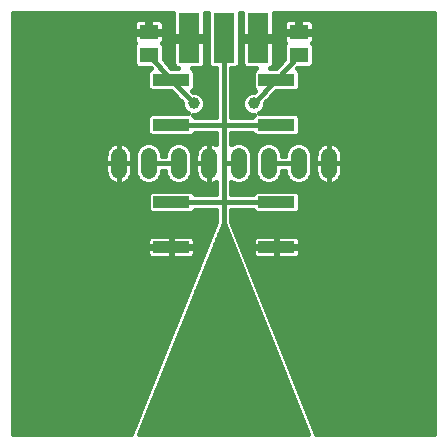
<source format=gtl>
G75*
%MOIN*%
%OFA0B0*%
%FSLAX24Y24*%
%IPPOS*%
%LPD*%
%AMOC8*
5,1,8,0,0,1.08239X$1,22.5*
%
%ADD10R,0.0700X0.1650*%
%ADD11R,0.1220X0.0394*%
%ADD12R,0.0630X0.0512*%
%ADD13C,0.0520*%
%ADD14C,0.0396*%
%ADD15C,0.0160*%
D10*
X006530Y013847D03*
X007680Y013847D03*
X008830Y013847D03*
D11*
X009432Y012467D03*
X009428Y010967D03*
X009432Y008393D03*
X009432Y006893D03*
X005928Y006893D03*
X005932Y008393D03*
X005928Y010967D03*
X005928Y012467D03*
D12*
X005180Y013306D03*
X005180Y014054D03*
X010180Y014054D03*
X010180Y013306D03*
D13*
X010180Y009940D02*
X010180Y009420D01*
X011180Y009420D02*
X011180Y009940D01*
X009180Y009940D02*
X009180Y009420D01*
X008180Y009420D02*
X008180Y009940D01*
X007180Y009940D02*
X007180Y009420D01*
X006180Y009420D02*
X006180Y009940D01*
X005180Y009940D02*
X005180Y009420D01*
X004180Y009420D02*
X004180Y009940D01*
D14*
X006680Y011680D03*
X008680Y011680D03*
X014180Y014180D03*
X014180Y007680D03*
X014180Y001180D03*
X001180Y001180D03*
X001180Y007680D03*
X001180Y014180D03*
D15*
X000660Y014700D02*
X000660Y000660D01*
X004592Y000660D01*
X007420Y007730D01*
X007420Y008133D01*
X006722Y008133D01*
X006722Y008121D01*
X006617Y008016D01*
X005247Y008016D01*
X005142Y008121D01*
X005142Y008664D01*
X005247Y008769D01*
X006617Y008769D01*
X006722Y008664D01*
X006722Y008653D01*
X007420Y008653D01*
X007420Y009051D01*
X007411Y009044D01*
X007349Y009012D01*
X007283Y008991D01*
X007215Y008980D01*
X007180Y008980D01*
X007180Y009680D01*
X007180Y009680D01*
X007180Y010380D01*
X007215Y010380D01*
X007283Y010369D01*
X007349Y010348D01*
X007411Y010316D01*
X007420Y010309D01*
X007420Y010707D01*
X006718Y010707D01*
X006718Y010696D01*
X006613Y010591D01*
X005243Y010591D01*
X005138Y010696D01*
X005138Y011239D01*
X005243Y011344D01*
X006503Y011344D01*
X006466Y011359D01*
X006359Y011466D01*
X006302Y011605D01*
X006302Y011699D01*
X005928Y012091D01*
X005243Y012091D01*
X005138Y012196D01*
X005138Y012739D01*
X005243Y012844D01*
X005243Y012844D01*
X005220Y012870D01*
X004790Y012870D01*
X004685Y012976D01*
X004685Y013636D01*
X004729Y013680D01*
X004721Y013688D01*
X004697Y013729D01*
X004685Y013774D01*
X004685Y014006D01*
X005132Y014006D01*
X005132Y014102D01*
X004685Y014102D01*
X004685Y014334D01*
X004697Y014379D01*
X004721Y014420D01*
X004755Y014454D01*
X004796Y014478D01*
X004841Y014490D01*
X005132Y014490D01*
X005132Y014102D01*
X005228Y014102D01*
X005675Y014102D01*
X005675Y014334D01*
X005663Y014379D01*
X005639Y014420D01*
X005605Y014454D01*
X005564Y014478D01*
X005519Y014490D01*
X005228Y014490D01*
X005228Y014102D01*
X005228Y014006D01*
X005675Y014006D01*
X005675Y013774D01*
X005663Y013729D01*
X005639Y013688D01*
X005631Y013680D01*
X005675Y013636D01*
X005675Y013142D01*
X005940Y012844D01*
X006149Y012844D01*
X006111Y012854D01*
X006069Y012878D01*
X006036Y012912D01*
X006012Y012953D01*
X006000Y012998D01*
X006000Y013767D01*
X006450Y013767D01*
X006450Y013927D01*
X006000Y013927D01*
X006000Y014696D01*
X006001Y014700D01*
X000660Y014700D01*
X000660Y014604D02*
X006000Y014604D01*
X006000Y014445D02*
X005614Y014445D01*
X005675Y014287D02*
X006000Y014287D01*
X006000Y014128D02*
X005675Y014128D01*
X005675Y013970D02*
X006000Y013970D01*
X006000Y013653D02*
X005659Y013653D01*
X005675Y013811D02*
X006450Y013811D01*
X006610Y013811D02*
X007150Y013811D01*
X007060Y013767D02*
X006610Y013767D01*
X006610Y013927D01*
X007060Y013927D01*
X007060Y014696D01*
X007059Y014700D01*
X007150Y014700D01*
X007150Y012948D01*
X007255Y012842D01*
X007420Y012842D01*
X007420Y011227D01*
X006718Y011227D01*
X006718Y011239D01*
X006655Y011302D01*
X006755Y011302D01*
X006894Y011359D01*
X007001Y011466D01*
X007058Y011605D01*
X007058Y011755D01*
X007001Y011894D01*
X006894Y012001D01*
X006755Y012058D01*
X006678Y012058D01*
X006631Y012108D01*
X006718Y012196D01*
X006718Y012739D01*
X006615Y012842D01*
X006904Y012842D01*
X006949Y012854D01*
X006991Y012878D01*
X007024Y012912D01*
X007048Y012953D01*
X007060Y012998D01*
X007060Y013767D01*
X007060Y013653D02*
X007150Y013653D01*
X007150Y013494D02*
X007060Y013494D01*
X007060Y013336D02*
X007150Y013336D01*
X007150Y013177D02*
X007060Y013177D01*
X007060Y013019D02*
X007150Y013019D01*
X007238Y012860D02*
X006959Y012860D01*
X006718Y012702D02*
X007420Y012702D01*
X007420Y012543D02*
X006718Y012543D01*
X006718Y012385D02*
X007420Y012385D01*
X007420Y012226D02*
X006718Y012226D01*
X006669Y012068D02*
X007420Y012068D01*
X007420Y011909D02*
X006986Y011909D01*
X007058Y011751D02*
X007420Y011751D01*
X007420Y011592D02*
X007053Y011592D01*
X006968Y011434D02*
X007420Y011434D01*
X007420Y011275D02*
X006682Y011275D01*
X006392Y011434D02*
X000660Y011434D01*
X000660Y011592D02*
X006307Y011592D01*
X006253Y011751D02*
X000660Y011751D01*
X000660Y011909D02*
X006102Y011909D01*
X005950Y012068D02*
X000660Y012068D01*
X000660Y012226D02*
X005138Y012226D01*
X005138Y012385D02*
X000660Y012385D01*
X000660Y012543D02*
X005138Y012543D01*
X005138Y012702D02*
X000660Y012702D01*
X000660Y012860D02*
X005229Y012860D01*
X005675Y013177D02*
X006000Y013177D01*
X006000Y013019D02*
X005785Y013019D01*
X005926Y012860D02*
X006101Y012860D01*
X005928Y012467D02*
X006680Y011680D01*
X005928Y010967D02*
X007680Y010967D01*
X007680Y009680D01*
X008180Y009680D01*
X008620Y009690D02*
X008740Y009690D01*
X008740Y009532D02*
X008620Y009532D01*
X008620Y009373D02*
X008740Y009373D01*
X008740Y009332D02*
X008807Y009171D01*
X008931Y009047D01*
X009092Y008980D01*
X009268Y008980D01*
X009429Y009047D01*
X009553Y009171D01*
X009620Y009332D01*
X009620Y009420D01*
X009740Y009420D01*
X009740Y009332D01*
X009807Y009171D01*
X009931Y009047D01*
X010092Y008980D01*
X010268Y008980D01*
X010429Y009047D01*
X010553Y009171D01*
X010620Y009332D01*
X010620Y010028D01*
X010553Y010189D01*
X010429Y010313D01*
X010268Y010380D01*
X010092Y010380D01*
X009931Y010313D01*
X009807Y010189D01*
X009740Y010028D01*
X009740Y009940D01*
X009620Y009940D01*
X009620Y010028D01*
X009553Y010189D01*
X009429Y010313D01*
X009268Y010380D01*
X009092Y010380D01*
X008931Y010313D01*
X008807Y010189D01*
X008740Y010028D01*
X008740Y009332D01*
X008620Y009332D02*
X008620Y010028D01*
X008553Y010189D01*
X008429Y010313D01*
X008268Y010380D01*
X008092Y010380D01*
X007940Y010317D01*
X007940Y010707D01*
X008638Y010707D01*
X008638Y010696D01*
X008743Y010591D01*
X010113Y010591D01*
X010218Y010696D01*
X010218Y011239D01*
X010113Y011344D01*
X008857Y011344D01*
X008894Y011359D01*
X009001Y011466D01*
X009058Y011605D01*
X009058Y011699D01*
X009432Y012091D01*
X010117Y012091D01*
X010222Y012196D01*
X010222Y012739D01*
X010117Y012844D01*
X010117Y012844D01*
X010140Y012870D01*
X010570Y012870D01*
X010675Y012976D01*
X010675Y013636D01*
X010631Y013680D01*
X010639Y013688D01*
X010663Y013729D01*
X010675Y013774D01*
X010675Y014006D01*
X010228Y014006D01*
X010228Y014102D01*
X010675Y014102D01*
X010675Y014334D01*
X010663Y014379D01*
X010639Y014420D01*
X010605Y014454D01*
X010564Y014478D01*
X010519Y014490D01*
X010228Y014490D01*
X010228Y014102D01*
X010132Y014102D01*
X010132Y014006D01*
X009685Y014006D01*
X009685Y013774D01*
X009697Y013729D01*
X009721Y013688D01*
X009729Y013680D01*
X009685Y013636D01*
X009685Y013142D01*
X009420Y012844D01*
X009211Y012844D01*
X009249Y012854D01*
X009291Y012878D01*
X009324Y012912D01*
X009348Y012953D01*
X009360Y012998D01*
X009360Y013767D01*
X008910Y013767D01*
X008910Y013927D01*
X009360Y013927D01*
X009360Y014696D01*
X009359Y014700D01*
X014700Y014700D01*
X014700Y000660D01*
X010768Y000660D01*
X007940Y007730D01*
X007940Y008133D01*
X008642Y008133D01*
X008642Y008121D01*
X008747Y008016D01*
X010117Y008016D01*
X010222Y008121D01*
X010222Y008664D01*
X010117Y008769D01*
X008747Y008769D01*
X008642Y008664D01*
X008642Y008653D01*
X007940Y008653D01*
X007940Y009043D01*
X008092Y008980D01*
X008268Y008980D01*
X008429Y009047D01*
X008553Y009171D01*
X008620Y009332D01*
X008571Y009215D02*
X008789Y009215D01*
X008922Y009056D02*
X008438Y009056D01*
X008717Y008739D02*
X007940Y008739D01*
X007940Y008898D02*
X014700Y008898D01*
X014700Y009056D02*
X011428Y009056D01*
X011411Y009044D02*
X011467Y009084D01*
X011516Y009133D01*
X011556Y009189D01*
X011588Y009251D01*
X011609Y009317D01*
X011620Y009385D01*
X011620Y009680D01*
X011620Y009975D01*
X011609Y010043D01*
X011588Y010109D01*
X011556Y010171D01*
X011516Y010227D01*
X011467Y010276D01*
X011411Y010316D01*
X011349Y010348D01*
X011283Y010369D01*
X011215Y010380D01*
X011180Y010380D01*
X011180Y009680D01*
X011620Y009680D01*
X011180Y009680D01*
X011180Y009680D01*
X011180Y009680D01*
X011180Y008980D01*
X011215Y008980D01*
X011283Y008991D01*
X011349Y009012D01*
X011411Y009044D01*
X011569Y009215D02*
X014700Y009215D01*
X014700Y009373D02*
X011618Y009373D01*
X011620Y009532D02*
X014700Y009532D01*
X014700Y009690D02*
X011620Y009690D01*
X011620Y009849D02*
X014700Y009849D01*
X014700Y010007D02*
X011615Y010007D01*
X011559Y010166D02*
X014700Y010166D01*
X014700Y010324D02*
X011396Y010324D01*
X011180Y010324D02*
X011180Y010324D01*
X011180Y010380D02*
X011145Y010380D01*
X011077Y010369D01*
X011011Y010348D01*
X010949Y010316D01*
X010893Y010276D01*
X010844Y010227D01*
X010804Y010171D01*
X010772Y010109D01*
X010751Y010043D01*
X010740Y009975D01*
X010740Y009680D01*
X011180Y009680D01*
X011180Y009680D01*
X011180Y009680D01*
X011180Y010380D01*
X011180Y010166D02*
X011180Y010166D01*
X011180Y010007D02*
X011180Y010007D01*
X011180Y009849D02*
X011180Y009849D01*
X011180Y009690D02*
X011180Y009690D01*
X011180Y009680D02*
X010740Y009680D01*
X010740Y009385D01*
X010751Y009317D01*
X010772Y009251D01*
X010804Y009189D01*
X010844Y009133D01*
X010893Y009084D01*
X010949Y009044D01*
X011011Y009012D01*
X011077Y008991D01*
X011145Y008980D01*
X011180Y008980D01*
X011180Y009680D01*
X011180Y009532D02*
X011180Y009532D01*
X011180Y009373D02*
X011180Y009373D01*
X011180Y009215D02*
X011180Y009215D01*
X011180Y009056D02*
X011180Y009056D01*
X010932Y009056D02*
X010438Y009056D01*
X010571Y009215D02*
X010791Y009215D01*
X010742Y009373D02*
X010620Y009373D01*
X010620Y009532D02*
X010740Y009532D01*
X010740Y009690D02*
X010620Y009690D01*
X010620Y009849D02*
X010740Y009849D01*
X010745Y010007D02*
X010620Y010007D01*
X010563Y010166D02*
X010801Y010166D01*
X010964Y010324D02*
X010403Y010324D01*
X010163Y010641D02*
X014700Y010641D01*
X014700Y010483D02*
X007940Y010483D01*
X007940Y010641D02*
X008693Y010641D01*
X008957Y010324D02*
X008403Y010324D01*
X008563Y010166D02*
X008797Y010166D01*
X008740Y010007D02*
X008620Y010007D01*
X008620Y009849D02*
X008740Y009849D01*
X009180Y009680D02*
X010180Y009680D01*
X009740Y009373D02*
X009620Y009373D01*
X009571Y009215D02*
X009789Y009215D01*
X009922Y009056D02*
X009438Y009056D01*
X009432Y008393D02*
X007680Y008393D01*
X007680Y009680D01*
X007180Y009680D02*
X007180Y009680D01*
X007180Y009680D01*
X006740Y009680D01*
X006740Y009975D01*
X006751Y010043D01*
X006772Y010109D01*
X006804Y010171D01*
X006844Y010227D01*
X006893Y010276D01*
X006949Y010316D01*
X007011Y010348D01*
X007077Y010369D01*
X007145Y010380D01*
X007180Y010380D01*
X007180Y009680D01*
X007180Y008980D01*
X007145Y008980D01*
X007077Y008991D01*
X007011Y009012D01*
X006949Y009044D01*
X006893Y009084D01*
X006844Y009133D01*
X006804Y009189D01*
X006772Y009251D01*
X006751Y009317D01*
X006740Y009385D01*
X006740Y009680D01*
X007180Y009680D01*
X007180Y009690D02*
X007180Y009690D01*
X007180Y009532D02*
X007180Y009532D01*
X007180Y009373D02*
X007180Y009373D01*
X007180Y009215D02*
X007180Y009215D01*
X007180Y009056D02*
X007180Y009056D01*
X006932Y009056D02*
X006438Y009056D01*
X006429Y009047D02*
X006553Y009171D01*
X006620Y009332D01*
X006620Y010028D01*
X006553Y010189D01*
X006429Y010313D01*
X006268Y010380D01*
X006092Y010380D01*
X005931Y010313D01*
X005807Y010189D01*
X005740Y010028D01*
X005740Y009940D01*
X005620Y009940D01*
X005620Y010028D01*
X005553Y010189D01*
X005429Y010313D01*
X005268Y010380D01*
X005092Y010380D01*
X004931Y010313D01*
X004807Y010189D01*
X004740Y010028D01*
X004740Y009332D01*
X004807Y009171D01*
X004931Y009047D01*
X005092Y008980D01*
X005268Y008980D01*
X005429Y009047D01*
X005553Y009171D01*
X005620Y009332D01*
X005620Y009420D01*
X005740Y009420D01*
X005740Y009332D01*
X005807Y009171D01*
X005931Y009047D01*
X006092Y008980D01*
X006268Y008980D01*
X006429Y009047D01*
X006571Y009215D02*
X006791Y009215D01*
X006742Y009373D02*
X006620Y009373D01*
X006620Y009532D02*
X006740Y009532D01*
X006740Y009690D02*
X006620Y009690D01*
X006620Y009849D02*
X006740Y009849D01*
X006745Y010007D02*
X006620Y010007D01*
X006563Y010166D02*
X006801Y010166D01*
X006964Y010324D02*
X006403Y010324D01*
X006663Y010641D02*
X007420Y010641D01*
X007420Y010483D02*
X000660Y010483D01*
X000660Y010641D02*
X005193Y010641D01*
X005138Y010800D02*
X000660Y010800D01*
X000660Y010958D02*
X005138Y010958D01*
X005138Y011117D02*
X000660Y011117D01*
X000660Y011275D02*
X005174Y011275D01*
X004957Y010324D02*
X004396Y010324D01*
X004411Y010316D02*
X004349Y010348D01*
X004283Y010369D01*
X004215Y010380D01*
X004180Y010380D01*
X004180Y009680D01*
X004620Y009680D01*
X004620Y009975D01*
X004609Y010043D01*
X004588Y010109D01*
X004556Y010171D01*
X004516Y010227D01*
X004467Y010276D01*
X004411Y010316D01*
X004559Y010166D02*
X004797Y010166D01*
X004740Y010007D02*
X004615Y010007D01*
X004620Y009849D02*
X004740Y009849D01*
X004740Y009690D02*
X004620Y009690D01*
X004620Y009680D02*
X004180Y009680D01*
X004180Y009680D01*
X004180Y009680D01*
X004180Y008980D01*
X004215Y008980D01*
X004283Y008991D01*
X004349Y009012D01*
X004411Y009044D01*
X004467Y009084D01*
X004516Y009133D01*
X004556Y009189D01*
X004588Y009251D01*
X004609Y009317D01*
X004620Y009385D01*
X004620Y009680D01*
X004620Y009532D02*
X004740Y009532D01*
X004740Y009373D02*
X004618Y009373D01*
X004569Y009215D02*
X004789Y009215D01*
X004922Y009056D02*
X004428Y009056D01*
X004180Y009056D02*
X004180Y009056D01*
X004180Y008980D02*
X004180Y009680D01*
X004180Y009680D01*
X004180Y009680D01*
X003740Y009680D01*
X003740Y009975D01*
X003751Y010043D01*
X003772Y010109D01*
X003804Y010171D01*
X003844Y010227D01*
X003893Y010276D01*
X003949Y010316D01*
X004011Y010348D01*
X004077Y010369D01*
X004145Y010380D01*
X004180Y010380D01*
X004180Y009680D01*
X003740Y009680D01*
X003740Y009385D01*
X003751Y009317D01*
X003772Y009251D01*
X003804Y009189D01*
X003844Y009133D01*
X003893Y009084D01*
X003949Y009044D01*
X004011Y009012D01*
X004077Y008991D01*
X004145Y008980D01*
X004180Y008980D01*
X004180Y009215D02*
X004180Y009215D01*
X004180Y009373D02*
X004180Y009373D01*
X004180Y009532D02*
X004180Y009532D01*
X004180Y009690D02*
X004180Y009690D01*
X004180Y009849D02*
X004180Y009849D01*
X004180Y010007D02*
X004180Y010007D01*
X004180Y010166D02*
X004180Y010166D01*
X004180Y010324D02*
X004180Y010324D01*
X003964Y010324D02*
X000660Y010324D01*
X000660Y010166D02*
X003801Y010166D01*
X003745Y010007D02*
X000660Y010007D01*
X000660Y009849D02*
X003740Y009849D01*
X003740Y009690D02*
X000660Y009690D01*
X000660Y009532D02*
X003740Y009532D01*
X003742Y009373D02*
X000660Y009373D01*
X000660Y009215D02*
X003791Y009215D01*
X003932Y009056D02*
X000660Y009056D01*
X000660Y008898D02*
X007420Y008898D01*
X007420Y008739D02*
X006647Y008739D01*
X006706Y008105D02*
X007420Y008105D01*
X007420Y007947D02*
X000660Y007947D01*
X000660Y008105D02*
X005158Y008105D01*
X005142Y008264D02*
X000660Y008264D01*
X000660Y008422D02*
X005142Y008422D01*
X005142Y008581D02*
X000660Y008581D01*
X000660Y008739D02*
X005217Y008739D01*
X005438Y009056D02*
X005922Y009056D01*
X005789Y009215D02*
X005571Y009215D01*
X005620Y009373D02*
X005740Y009373D01*
X006180Y009680D02*
X005180Y009680D01*
X005620Y010007D02*
X005740Y010007D01*
X005797Y010166D02*
X005563Y010166D01*
X005403Y010324D02*
X005957Y010324D01*
X007180Y010324D02*
X007180Y010324D01*
X007180Y010166D02*
X007180Y010166D01*
X007180Y010007D02*
X007180Y010007D01*
X007180Y009849D02*
X007180Y009849D01*
X007396Y010324D02*
X007420Y010324D01*
X007940Y010324D02*
X007957Y010324D01*
X007680Y010967D02*
X009428Y010967D01*
X008968Y011434D02*
X014700Y011434D01*
X014700Y011592D02*
X009053Y011592D01*
X009107Y011751D02*
X014700Y011751D01*
X014700Y011909D02*
X009258Y011909D01*
X009410Y012068D02*
X014700Y012068D01*
X014700Y012226D02*
X010222Y012226D01*
X010222Y012385D02*
X014700Y012385D01*
X014700Y012543D02*
X010222Y012543D01*
X010222Y012702D02*
X014700Y012702D01*
X014700Y012860D02*
X010131Y012860D01*
X009685Y013177D02*
X009360Y013177D01*
X009360Y013019D02*
X009575Y013019D01*
X009434Y012860D02*
X009259Y012860D01*
X009432Y012467D02*
X008680Y011680D01*
X008682Y012058D02*
X008605Y012058D01*
X008466Y012001D01*
X008359Y011894D01*
X008302Y011755D01*
X008302Y011605D01*
X008359Y011466D01*
X008466Y011359D01*
X008605Y011302D01*
X008701Y011302D01*
X008638Y011239D01*
X008638Y011227D01*
X007940Y011227D01*
X007940Y012842D01*
X008105Y012842D01*
X008210Y012948D01*
X008210Y014700D01*
X008301Y014700D01*
X008300Y014696D01*
X008300Y013927D01*
X008750Y013927D01*
X008750Y013767D01*
X008300Y013767D01*
X008300Y012998D01*
X008312Y012953D01*
X008336Y012912D01*
X008369Y012878D01*
X008411Y012854D01*
X008456Y012842D01*
X008745Y012842D01*
X008642Y012739D01*
X008642Y012196D01*
X008729Y012108D01*
X008682Y012058D01*
X008691Y012068D02*
X007940Y012068D01*
X007940Y012226D02*
X008642Y012226D01*
X008642Y012385D02*
X007940Y012385D01*
X007940Y012543D02*
X008642Y012543D01*
X008642Y012702D02*
X007940Y012702D01*
X008122Y012860D02*
X008401Y012860D01*
X008300Y013019D02*
X008210Y013019D01*
X008210Y013177D02*
X008300Y013177D01*
X008300Y013336D02*
X008210Y013336D01*
X008210Y013494D02*
X008300Y013494D01*
X008300Y013653D02*
X008210Y013653D01*
X008210Y013811D02*
X008750Y013811D01*
X008910Y013811D02*
X009685Y013811D01*
X009685Y013970D02*
X009360Y013970D01*
X009360Y014128D02*
X009685Y014128D01*
X009685Y014102D02*
X010132Y014102D01*
X010132Y014490D01*
X009841Y014490D01*
X009796Y014478D01*
X009755Y014454D01*
X009721Y014420D01*
X009697Y014379D01*
X009685Y014334D01*
X009685Y014102D01*
X009685Y014287D02*
X009360Y014287D01*
X009360Y014445D02*
X009746Y014445D01*
X010132Y014445D02*
X010228Y014445D01*
X010228Y014287D02*
X010132Y014287D01*
X010132Y014128D02*
X010228Y014128D01*
X010675Y014128D02*
X014700Y014128D01*
X014700Y013970D02*
X010675Y013970D01*
X010675Y013811D02*
X014700Y013811D01*
X014700Y013653D02*
X010659Y013653D01*
X010675Y013494D02*
X014700Y013494D01*
X014700Y013336D02*
X010675Y013336D01*
X010675Y013177D02*
X014700Y013177D01*
X014700Y013019D02*
X010675Y013019D01*
X010180Y013306D02*
X009432Y012467D01*
X009360Y013336D02*
X009685Y013336D01*
X009685Y013494D02*
X009360Y013494D01*
X009360Y013653D02*
X009701Y013653D01*
X010675Y014287D02*
X014700Y014287D01*
X014700Y014445D02*
X010614Y014445D01*
X009360Y014604D02*
X014700Y014604D01*
X014700Y011275D02*
X010182Y011275D01*
X010218Y011117D02*
X014700Y011117D01*
X014700Y010958D02*
X010218Y010958D01*
X010218Y010800D02*
X014700Y010800D01*
X014700Y008739D02*
X010147Y008739D01*
X010222Y008581D02*
X014700Y008581D01*
X014700Y008422D02*
X010222Y008422D01*
X010222Y008264D02*
X014700Y008264D01*
X014700Y008105D02*
X010206Y008105D01*
X010066Y007269D02*
X009450Y007269D01*
X009450Y006911D01*
X009414Y006911D01*
X009414Y007269D01*
X008798Y007269D01*
X008752Y007257D01*
X008711Y007233D01*
X008678Y007200D01*
X008654Y007159D01*
X008642Y007113D01*
X008642Y006911D01*
X009414Y006911D01*
X009414Y006874D01*
X009450Y006874D01*
X009450Y006516D01*
X010066Y006516D01*
X010112Y006528D01*
X010153Y006552D01*
X010186Y006585D01*
X010210Y006626D01*
X010222Y006672D01*
X010222Y006874D01*
X009450Y006874D01*
X009450Y006911D01*
X010222Y006911D01*
X010222Y007113D01*
X010210Y007159D01*
X010186Y007200D01*
X010153Y007233D01*
X010112Y007257D01*
X010066Y007269D01*
X010211Y007154D02*
X014700Y007154D01*
X014700Y006996D02*
X010222Y006996D01*
X010222Y006837D02*
X014700Y006837D01*
X014700Y006679D02*
X010222Y006679D01*
X010082Y006520D02*
X014700Y006520D01*
X014700Y006362D02*
X008487Y006362D01*
X008424Y006520D02*
X008782Y006520D01*
X008798Y006516D02*
X009414Y006516D01*
X009414Y006874D01*
X008642Y006874D01*
X008642Y006672D01*
X008654Y006626D01*
X008678Y006585D01*
X008711Y006552D01*
X008752Y006528D01*
X008798Y006516D01*
X008642Y006679D02*
X008361Y006679D01*
X008297Y006837D02*
X008642Y006837D01*
X008642Y006996D02*
X008234Y006996D01*
X008170Y007154D02*
X008653Y007154D01*
X008107Y007313D02*
X014700Y007313D01*
X014700Y007471D02*
X008044Y007471D01*
X007980Y007630D02*
X014700Y007630D01*
X014700Y007788D02*
X007940Y007788D01*
X007940Y007947D02*
X014700Y007947D01*
X014700Y006203D02*
X008551Y006203D01*
X008614Y006045D02*
X014700Y006045D01*
X014700Y005886D02*
X008678Y005886D01*
X008741Y005728D02*
X014700Y005728D01*
X014700Y005569D02*
X008804Y005569D01*
X008868Y005411D02*
X014700Y005411D01*
X014700Y005252D02*
X008931Y005252D01*
X008995Y005094D02*
X014700Y005094D01*
X014700Y004935D02*
X009058Y004935D01*
X009121Y004777D02*
X014700Y004777D01*
X014700Y004618D02*
X009185Y004618D01*
X009248Y004460D02*
X014700Y004460D01*
X014700Y004301D02*
X009312Y004301D01*
X009375Y004143D02*
X014700Y004143D01*
X014700Y003984D02*
X009438Y003984D01*
X009502Y003826D02*
X014700Y003826D01*
X014700Y003667D02*
X009565Y003667D01*
X009629Y003509D02*
X014700Y003509D01*
X014700Y003350D02*
X009692Y003350D01*
X009755Y003192D02*
X014700Y003192D01*
X014700Y003033D02*
X009819Y003033D01*
X009882Y002875D02*
X014700Y002875D01*
X014700Y002716D02*
X009946Y002716D01*
X010009Y002558D02*
X014700Y002558D01*
X014700Y002399D02*
X010072Y002399D01*
X010136Y002241D02*
X014700Y002241D01*
X014700Y002082D02*
X010199Y002082D01*
X010263Y001924D02*
X014700Y001924D01*
X014700Y001765D02*
X010326Y001765D01*
X010389Y001607D02*
X014700Y001607D01*
X014700Y001448D02*
X010453Y001448D01*
X010516Y001290D02*
X014700Y001290D01*
X014700Y001131D02*
X010580Y001131D01*
X010643Y000973D02*
X014700Y000973D01*
X014700Y000814D02*
X010706Y000814D01*
X010488Y000660D02*
X004872Y000660D01*
X007680Y007680D01*
X010488Y000660D01*
X010426Y000814D02*
X004934Y000814D01*
X004997Y000973D02*
X010363Y000973D01*
X010300Y001131D02*
X005060Y001131D01*
X005124Y001290D02*
X010236Y001290D01*
X010173Y001448D02*
X005187Y001448D01*
X005251Y001607D02*
X010109Y001607D01*
X010046Y001765D02*
X005314Y001765D01*
X005377Y001924D02*
X009983Y001924D01*
X009919Y002082D02*
X005441Y002082D01*
X005504Y002241D02*
X009856Y002241D01*
X009792Y002399D02*
X005568Y002399D01*
X005631Y002558D02*
X009729Y002558D01*
X009666Y002716D02*
X005694Y002716D01*
X005758Y002875D02*
X009602Y002875D01*
X009539Y003033D02*
X005821Y003033D01*
X005885Y003192D02*
X009475Y003192D01*
X009412Y003350D02*
X005948Y003350D01*
X006011Y003509D02*
X009349Y003509D01*
X009285Y003667D02*
X006075Y003667D01*
X006138Y003826D02*
X009222Y003826D01*
X009158Y003984D02*
X006202Y003984D01*
X006265Y004143D02*
X009095Y004143D01*
X009032Y004301D02*
X006328Y004301D01*
X006392Y004460D02*
X008968Y004460D01*
X008905Y004618D02*
X006455Y004618D01*
X006519Y004777D02*
X008841Y004777D01*
X008778Y004935D02*
X006582Y004935D01*
X006645Y005094D02*
X008715Y005094D01*
X008651Y005252D02*
X006709Y005252D01*
X006772Y005411D02*
X008588Y005411D01*
X008524Y005569D02*
X006836Y005569D01*
X006899Y005728D02*
X008461Y005728D01*
X008398Y005886D02*
X006962Y005886D01*
X007026Y006045D02*
X008334Y006045D01*
X008271Y006203D02*
X007089Y006203D01*
X007153Y006362D02*
X008207Y006362D01*
X008144Y006520D02*
X007216Y006520D01*
X007279Y006679D02*
X008081Y006679D01*
X008017Y006837D02*
X007343Y006837D01*
X007406Y006996D02*
X007954Y006996D01*
X007890Y007154D02*
X007470Y007154D01*
X007533Y007313D02*
X007827Y007313D01*
X007764Y007471D02*
X007596Y007471D01*
X007660Y007630D02*
X007700Y007630D01*
X007380Y007630D02*
X000660Y007630D01*
X000660Y007788D02*
X007420Y007788D01*
X007316Y007471D02*
X000660Y007471D01*
X000660Y007313D02*
X007253Y007313D01*
X007190Y007154D02*
X006707Y007154D01*
X006706Y007159D02*
X006682Y007200D01*
X006649Y007233D01*
X006608Y007257D01*
X006562Y007269D01*
X005946Y007269D01*
X005946Y006911D01*
X005910Y006911D01*
X005910Y007269D01*
X005294Y007269D01*
X005248Y007257D01*
X005207Y007233D01*
X005174Y007200D01*
X005150Y007159D01*
X005138Y007113D01*
X005138Y006911D01*
X005910Y006911D01*
X005910Y006874D01*
X005946Y006874D01*
X005946Y006516D01*
X006562Y006516D01*
X006608Y006528D01*
X006649Y006552D01*
X006682Y006585D01*
X006706Y006626D01*
X006718Y006672D01*
X006718Y006874D01*
X005946Y006874D01*
X005946Y006911D01*
X006718Y006911D01*
X006718Y007113D01*
X006706Y007159D01*
X006718Y006996D02*
X007126Y006996D01*
X007063Y006837D02*
X006718Y006837D01*
X006718Y006679D02*
X006999Y006679D01*
X006936Y006520D02*
X006578Y006520D01*
X006873Y006362D02*
X000660Y006362D01*
X000660Y006520D02*
X005278Y006520D01*
X005294Y006516D02*
X005910Y006516D01*
X005910Y006874D01*
X005138Y006874D01*
X005138Y006672D01*
X005150Y006626D01*
X005174Y006585D01*
X005207Y006552D01*
X005248Y006528D01*
X005294Y006516D01*
X005138Y006679D02*
X000660Y006679D01*
X000660Y006837D02*
X005138Y006837D01*
X005138Y006996D02*
X000660Y006996D01*
X000660Y007154D02*
X005149Y007154D01*
X005910Y007154D02*
X005946Y007154D01*
X005946Y006996D02*
X005910Y006996D01*
X005910Y006837D02*
X005946Y006837D01*
X005946Y006679D02*
X005910Y006679D01*
X005910Y006520D02*
X005946Y006520D01*
X006746Y006045D02*
X000660Y006045D01*
X000660Y006203D02*
X006809Y006203D01*
X006682Y005886D02*
X000660Y005886D01*
X000660Y005728D02*
X006619Y005728D01*
X006556Y005569D02*
X000660Y005569D01*
X000660Y005411D02*
X006492Y005411D01*
X006429Y005252D02*
X000660Y005252D01*
X000660Y005094D02*
X006365Y005094D01*
X006302Y004935D02*
X000660Y004935D01*
X000660Y004777D02*
X006239Y004777D01*
X006175Y004618D02*
X000660Y004618D01*
X000660Y004460D02*
X006112Y004460D01*
X006048Y004301D02*
X000660Y004301D01*
X000660Y004143D02*
X005985Y004143D01*
X005922Y003984D02*
X000660Y003984D01*
X000660Y003826D02*
X005858Y003826D01*
X005795Y003667D02*
X000660Y003667D01*
X000660Y003509D02*
X005731Y003509D01*
X005668Y003350D02*
X000660Y003350D01*
X000660Y003192D02*
X005605Y003192D01*
X005541Y003033D02*
X000660Y003033D01*
X000660Y002875D02*
X005478Y002875D01*
X005414Y002716D02*
X000660Y002716D01*
X000660Y002558D02*
X005351Y002558D01*
X005288Y002399D02*
X000660Y002399D01*
X000660Y002241D02*
X005224Y002241D01*
X005161Y002082D02*
X000660Y002082D01*
X000660Y001924D02*
X005097Y001924D01*
X005034Y001765D02*
X000660Y001765D01*
X000660Y001607D02*
X004971Y001607D01*
X004907Y001448D02*
X000660Y001448D01*
X000660Y001290D02*
X004844Y001290D01*
X004780Y001131D02*
X000660Y001131D01*
X000660Y000973D02*
X004717Y000973D01*
X004654Y000814D02*
X000660Y000814D01*
X007680Y000680D02*
X007680Y008393D01*
X005932Y008393D01*
X007940Y008105D02*
X008658Y008105D01*
X009414Y007154D02*
X009450Y007154D01*
X009450Y006996D02*
X009414Y006996D01*
X009414Y006837D02*
X009450Y006837D01*
X009450Y006679D02*
X009414Y006679D01*
X009414Y006520D02*
X009450Y006520D01*
X009620Y010007D02*
X009740Y010007D01*
X009797Y010166D02*
X009563Y010166D01*
X009403Y010324D02*
X009957Y010324D01*
X008674Y011275D02*
X007940Y011275D01*
X007940Y011434D02*
X008392Y011434D01*
X008307Y011592D02*
X007940Y011592D01*
X007940Y011751D02*
X008302Y011751D01*
X008374Y011909D02*
X007940Y011909D01*
X007680Y010967D02*
X007680Y013847D01*
X008210Y013970D02*
X008300Y013970D01*
X008300Y014128D02*
X008210Y014128D01*
X008210Y014287D02*
X008300Y014287D01*
X008300Y014445D02*
X008210Y014445D01*
X008210Y014604D02*
X008300Y014604D01*
X007150Y014604D02*
X007060Y014604D01*
X007060Y014445D02*
X007150Y014445D01*
X007150Y014287D02*
X007060Y014287D01*
X007060Y014128D02*
X007150Y014128D01*
X007150Y013970D02*
X007060Y013970D01*
X006000Y013494D02*
X005675Y013494D01*
X005675Y013336D02*
X006000Y013336D01*
X005180Y013306D02*
X005928Y012467D01*
X004685Y013019D02*
X000660Y013019D01*
X000660Y013177D02*
X004685Y013177D01*
X004685Y013336D02*
X000660Y013336D01*
X000660Y013494D02*
X004685Y013494D01*
X004701Y013653D02*
X000660Y013653D01*
X000660Y013811D02*
X004685Y013811D01*
X004685Y013970D02*
X000660Y013970D01*
X000660Y014128D02*
X004685Y014128D01*
X004685Y014287D02*
X000660Y014287D01*
X000660Y014445D02*
X004746Y014445D01*
X005132Y014445D02*
X005228Y014445D01*
X005228Y014287D02*
X005132Y014287D01*
X005132Y014128D02*
X005228Y014128D01*
M02*

</source>
